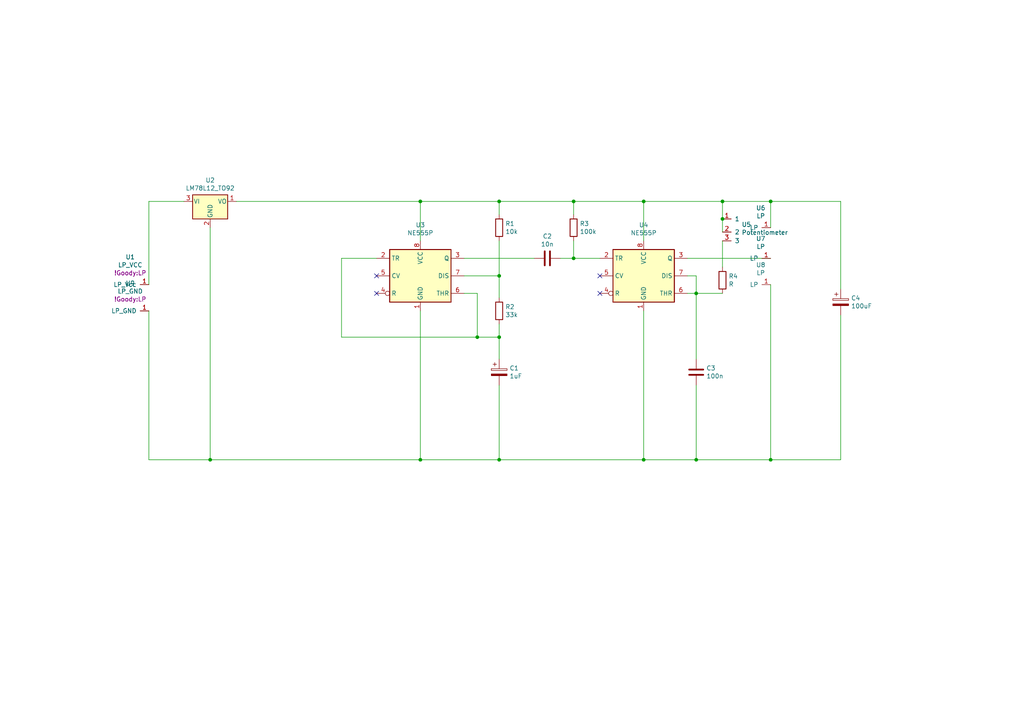
<source format=kicad_sch>
(kicad_sch (version 20230121) (generator eeschema)
  (paper "A4")
  (title_block (title "Servotester") (date "KHF 10.2023") (rev "V2.0") (company "Oberlab"))
  (lib_symbols
    (symbol "!Goody:C100n" (pin_numbers hide) (pin_names (offset 0.254))
      (property "Reference" "C" (at 0.635 2.54 0))
      (property "Value" "C100n" (at 0.635 -2.54 0))
      (symbol "C100n_0_1"
        (polyline (pts (xy -2.032 -0.762) (xy 2.032 -0.762)) (stroke (width 0.508)))
        (polyline (pts (xy -2.032 0.762) (xy 2.032 0.762)) (stroke (width 0.508)))
      )
      (symbol "C100n_1_1"
        (pin passive line (at 0 3.81 270) (length 2.794) (name "~") (number "1"))
        (pin passive line (at 0 -3.81 90) (length 2.794) (name "~") (number "2"))
      )
    )
    (symbol "!Goody:C10n" (pin_numbers hide) (pin_names (offset 0.254))
      (property "Reference" "C" (at 0.635 2.54 0))
      (property "Value" "C10n" (at 0.635 -2.54 0))
      (symbol "C10n_0_1"
        (polyline (pts (xy -2.032 -0.762) (xy 2.032 -0.762)) (stroke (width 0.508)))
        (polyline (pts (xy -2.032 0.762) (xy 2.032 0.762)) (stroke (width 0.508)))
      )
      (symbol "C10n_1_1"
        (pin passive line (at 0 3.81 270) (length 2.794) (name "~") (number "1"))
        (pin passive line (at 0 -3.81 90) (length 2.794) (name "~") (number "2"))
      )
    )
    (symbol "!Goody:ELKO" (pin_numbers hide) (pin_names (offset 0.254))
      (property "Reference" "C" (at 0.635 2.54 0))
      (property "Value" "ELKO" (at 0.635 -2.54 0))
      (symbol "ELKO_0_1"
        (rectangle (start -2.286 0.508) (end 2.286 1.016))
        (polyline (pts (xy -1.778 2.286) (xy -0.762 2.286)))
        (polyline (pts (xy -1.27 2.794) (xy -1.27 1.778)))
        (rectangle (start 2.286 -0.508) (end -2.286 -1.016) (fill (type outline)))
      )
      (symbol "ELKO_1_1"
        (pin passive line (at 0 3.81 270) (length 2.794) (name "~") (number "1"))
        (pin passive line (at 0 -3.81 90) (length 2.794) (name "~") (number "2"))
      )
    )
    (symbol "!Goody:LP" (pin_names (offset 1.016))
      (property "Reference" "U" (at -6.35 8.89 0))
      (property "Value" "LP" (at -3.81 8.89 0))
      (symbol "LP_1_1"
        (pin passive line (at 0 0 270) (length 2.54) (name "LP") (number "1"))
      )
    )
    (symbol "!Goody:LP_GND" (pin_names (offset 1.016))
      (property "Reference" "U" (at -6.35 1.27 0))
      (property "Value" "LP_GND" (at -3.81 1.27 0))
      (property "Footprint" "KHF_LIB:LP" (at -3.81 1.27 0))
      (symbol "LP_GND_1_1"
        (pin passive line (at -1.27 0 270) (length 2.54) (name "LP_GND") (number "1"))
      )
    )
    (symbol "!Goody:LP_VCC" (pin_names (offset 1.016))
      (property "Reference" "U" (at -6.35 1.27 0))
      (property "Value" "LP_VCC" (at -3.81 1.27 0))
      (property "Footprint" "KHF_LIB:LP" (at -3.81 1.27 0))
      (symbol "LP_VCC_1_1"
        (pin passive line (at -1.27 0 270) (length 2.54) (name "LP_Vcc") (number "1"))
      )
    )
    (symbol "!Goody:Potentiometer" (pin_names (offset 1.016))
      (property "Reference" "U" (at 0 0 0))
      (property "Value" "Potentiometer" (at 0 0 0))
      (symbol "Potentiometer_1_1"
        (pin passive line (at 3.81 1.27 0) (length 2.54) (name "1") (number "1"))
        (pin passive line (at 3.81 -2.54 0) (length 2.54) (name "2") (number "2"))
        (pin passive line (at 3.81 -5.08 0) (length 2.54) (name "3") (number "3"))
      )
    )
    (symbol "!Goody:R" (pin_numbers hide) (pin_names (offset 0))
      (property "Reference" "R" (at 2.032 0 90))
      (property "Value" "R" (at 0 0 90))
      (symbol "R_0_1"
        (rectangle (start -1.016 -2.54) (end 1.016 2.54) (stroke (width 0.254)))
      )
      (symbol "R_1_1"
        (pin passive line (at 0 3.81 270) (length 1.27) (name "~") (number "1"))
        (pin passive line (at 0 -3.81 90) (length 1.27) (name "~") (number "2"))
      )
    )
    (symbol "Regulator_Linear:LM78L12_TO92" (pin_names (offset 0.254))
      (property "Reference" "U" (at -3.81 3.175 0))
      (property "Value" "LM78L12_TO92" (at 0 3.175 0))
      (symbol "LM78L12_TO92_0_1"
        (rectangle (start -5.08 -5.08) (end 5.08 1.905) (stroke (width 0.254)) (fill (type background)))
      )
      (symbol "LM78L12_TO92_1_1"
        (pin power_out line (at 7.62 0 180) (length 2.54) (name "VO") (number "1"))
        (pin power_in line (at 0 -7.62 90) (length 2.54) (name "GND") (number "2"))
        (pin power_in line (at -7.62 0 0) (length 2.54) (name "VI") (number "3"))
      )
    )
    (symbol "Timer:NE555P"
      (property "Reference" "U" (at -10.16 8.89 0))
      (property "Value" "NE555P" (at 2.54 8.89 0))
      (symbol "NE555P_0_0"
        (pin power_in line (at 0 -10.16 90) (length 2.54) (name "GND") (number "1"))
        (pin power_in line (at 0 10.16 270) (length 2.54) (name "VCC") (number "8"))
      )
      (symbol "NE555P_0_1"
        (rectangle (start -8.89 -7.62) (end 8.89 7.62) (stroke (width 0.254)) (fill (type background)))
        (rectangle (start -8.89 -7.62) (end 8.89 7.62) (stroke (width 0.254)) (fill (type background)))
      )
      (symbol "NE555P_1_1"
        (pin input line (at -12.7 5.08 0) (length 3.81) (name "TR") (number "2"))
        (pin output line (at 12.7 5.08 180) (length 3.81) (name "Q") (number "3"))
        (pin input inverted (at -12.7 -5.08 0) (length 3.81) (name "R") (number "4"))
        (pin input line (at -12.7 0 0) (length 3.81) (name "CV") (number "5"))
        (pin input line (at 12.7 -5.08 180) (length 3.81) (name "THR") (number "6"))
        (pin input line (at 12.7 0 180) (length 3.81) (name "DIS") (number "7"))
      )
    )
  )
  (junction (at 144.78 97.79))
  (junction (at 60.96 133.35))
  (junction (at 121.92 133.35))
  (junction (at 186.69 58.42))
  (junction (at 144.78 133.35))
  (junction (at 201.93 133.35))
  (junction (at 144.78 80.01))
  (junction (at 223.52 133.35))
  (junction (at 223.52 58.42))
  (junction (at 201.93 85.09))
  (junction (at 209.55 58.42))
  (junction (at 121.92 58.42))
  (junction (at 186.69 133.35))
  (junction (at 166.37 58.42))
  (junction (at 138.43 97.79))
  (junction (at 209.55 63.5))
  (junction (at 144.78 58.42))
  (junction (at 166.37 74.93))
  (no_connect (at 173.99 80.01))
  (no_connect (at 173.99 85.09))
  (no_connect (at 109.22 80.01))
  (no_connect (at 109.22 85.09))
  (wire (pts (xy 144.78 58.42) (xy 166.37 58.42)))
  (wire (pts (xy 199.39 74.93) (xy 223.52 74.93)))
  (wire (pts (xy 43.18 58.42) (xy 53.34 58.42)))
  (wire (pts (xy 223.52 58.42) (xy 209.55 58.42)))
  (wire (pts (xy 243.84 133.35) (xy 223.52 133.35)))
  (wire (pts (xy 201.93 80.01) (xy 201.93 85.09)))
  (wire (pts (xy 243.84 58.42) (xy 223.52 58.42)))
  (wire (pts (xy 99.06 97.79) (xy 138.43 97.79)))
  (wire (pts (xy 134.62 80.01) (xy 144.78 80.01)))
  (wire (pts (xy 201.93 133.35) (xy 186.69 133.35)))
  (wire (pts (xy 186.69 133.35) (xy 144.78 133.35)))
  (wire (pts (xy 201.93 85.09) (xy 199.39 85.09)))
  (wire (pts (xy 99.06 74.93) (xy 99.06 97.79)))
  (wire (pts (xy 60.96 133.35) (xy 43.18 133.35)))
  (wire (pts (xy 223.52 133.35) (xy 201.93 133.35)))
  (wire (pts (xy 209.55 67.31) (xy 209.55 63.5)))
  (wire (pts (xy 144.78 97.79) (xy 144.78 104.14)))
  (wire (pts (xy 243.84 91.44) (xy 243.84 133.35)))
  (wire (pts (xy 43.18 133.35) (xy 43.18 90.17)))
  (wire (pts (xy 166.37 69.85) (xy 166.37 74.93)))
  (wire (pts (xy 223.52 66.04) (xy 223.52 58.42)))
  (wire (pts (xy 223.52 82.55) (xy 223.52 133.35)))
  (wire (pts (xy 209.55 77.47) (xy 209.55 69.85)))
  (wire (pts (xy 166.37 74.93) (xy 173.99 74.93)))
  (wire (pts (xy 43.18 58.42) (xy 43.18 82.55)))
  (wire (pts (xy 134.62 74.93) (xy 154.94 74.93)))
  (wire (pts (xy 60.96 133.35) (xy 121.92 133.35)))
  (wire (pts (xy 144.78 133.35) (xy 121.92 133.35)))
  (wire (pts (xy 68.58 58.42) (xy 121.92 58.42)))
  (wire (pts (xy 121.92 90.17) (xy 121.92 133.35)))
  (wire (pts (xy 121.92 58.42) (xy 144.78 58.42)))
  (wire (pts (xy 201.93 111.76) (xy 201.93 133.35)))
  (wire (pts (xy 109.22 74.93) (xy 99.06 74.93)))
  (wire (pts (xy 121.92 69.85) (xy 121.92 58.42)))
  (wire (pts (xy 144.78 62.23) (xy 144.78 58.42)))
  (wire (pts (xy 199.39 80.01) (xy 201.93 80.01)))
  (wire (pts (xy 209.55 63.5) (xy 209.55 58.42)))
  (wire (pts (xy 144.78 111.76) (xy 144.78 133.35)))
  (wire (pts (xy 201.93 85.09) (xy 209.55 85.09)))
  (wire (pts (xy 186.69 90.17) (xy 186.69 133.35)))
  (wire (pts (xy 144.78 93.98) (xy 144.78 97.79)))
  (wire (pts (xy 144.78 80.01) (xy 144.78 86.36)))
  (wire (pts (xy 138.43 85.09) (xy 138.43 97.79)))
  (wire (pts (xy 201.93 85.09) (xy 201.93 104.14)))
  (wire (pts (xy 138.43 97.79) (xy 144.78 97.79)))
  (wire (pts (xy 186.69 58.42) (xy 186.69 69.85)))
  (wire (pts (xy 162.56 74.93) (xy 166.37 74.93)))
  (wire (pts (xy 243.84 83.82) (xy 243.84 58.42)))
  (wire (pts (xy 60.96 66.04) (xy 60.96 133.35)))
  (wire (pts (xy 209.55 58.42) (xy 186.69 58.42)))
  (wire (pts (xy 166.37 62.23) (xy 166.37 58.42)))
  (wire (pts (xy 166.37 58.42) (xy 186.69 58.42)))
  (wire (pts (xy 134.62 85.09) (xy 138.43 85.09)))
  (wire (pts (xy 144.78 80.01) (xy 144.78 69.85)))
  (symbol (lib_id "Timer:NE555P") (at 121.92 80.01 0) (unit 1)
    (property "Reference" "U3" (at 121.92 65.2526 0))
    (property "Value" "NE555P" (at 121.92 67.564 0))
    (property "Footprint" "Package_DIP:DIP-8_W7.62mm" (effects hide))
    (property "Datasheet" "http://www.ti.com/lit/ds/symlink/ne555.pdf" (effects hide))
  )
  (symbol (lib_id "Timer:NE555P") (at 186.69 80.01 0) (unit 1)
    (property "Reference" "U4" (at 186.69 65.2526 0))
    (property "Value" "NE555P" (at 186.69 67.564 0))
    (property "Footprint" "Package_DIP:DIP-8_W7.62mm" (effects hide))
    (property "Datasheet" "http://www.ti.com/lit/ds/symlink/ne555.pdf" (effects hide))
  )
  (symbol (lib_id "Regulator_Linear:LM78L12_TO92") (at 60.96 58.42 0) (unit 1)
    (property "Reference" "U2" (at 60.96 52.2732 0))
    (property "Value" "LM78L12_TO92" (at 60.96 54.5846 0))
    (property "Footprint" "Package_TO_SOT_THT:TO-220-3_Horizontal_TabDown" (effects hide))
    (property "Datasheet" "https://www.onsemi.com/pub/Collateral/MC78L06A-D.pdf" (effects hide))
  )
  (symbol (lib_id "!Goody:ELKO") (at 144.78 107.95 0) (unit 1)
    (property "Reference" "C1" (at 147.7772 106.7816 0) (effects (justify left)))
    (property "Value" "1uF" (at 147.7772 109.093 0) (effects (justify left)))
    (property "Footprint" "Capacitor_THT:CP_Radial_D5.0mm_P2.50mm" (effects hide))
  )
  (symbol (lib_id "!Goody:R") (at 144.78 66.04 0) (unit 1)
    (property "Reference" "R1" (at 146.558 64.8716 0) (effects (justify left)))
    (property "Value" "10k" (at 146.558 67.183 0) (effects (justify left)))
    (property "Footprint" "Resistor_THT:R_Axial_DIN0207_L6.3mm_D2.5mm_P7.62mm_Horizontal" (effects hide))
  )
  (symbol (lib_id "!Goody:R") (at 144.78 90.17 0) (unit 1)
    (property "Reference" "R2" (at 146.558 89.0016 0) (effects (justify left)))
    (property "Value" "33k" (at 146.558 91.313 0) (effects (justify left)))
    (property "Footprint" "Resistor_THT:R_Axial_DIN0207_L6.3mm_D2.5mm_P7.62mm_Horizontal" (effects hide))
  )
  (symbol (lib_id "!Goody:C10n") (at 158.75 74.93 270) (unit 1)
    (property "Reference" "C2" (at 158.75 68.5292 90))
    (property "Value" "10n" (at 158.75 70.8406 90))
    (property "Footprint" "Capacitor_THT:C_Disc_D4.3mm_W1.9mm_P5.00mm" (effects hide))
  )
  (symbol (lib_id "!Goody:R") (at 166.37 66.04 0) (unit 1)
    (property "Reference" "R3" (at 168.148 64.8716 0) (effects (justify left)))
    (property "Value" "100k" (at 168.148 67.183 0) (effects (justify left)))
    (property "Footprint" "Resistor_THT:R_Axial_DIN0207_L6.3mm_D2.5mm_P7.62mm_Horizontal" (effects hide))
  )
  (symbol (lib_id "!Goody:LP") (at 223.52 74.93 270) (unit 1)
    (property "Reference" "U7" (at 220.6498 69.215 90))
    (property "Value" "LP" (at 220.6498 71.5264 90))
    (property "Footprint" "!Goody:LP" (effects hide))
  )
  (symbol (lib_id "!Goody:LP") (at 223.52 66.04 270) (unit 1)
    (property "Reference" "U6" (at 220.6498 60.325 90))
    (property "Value" "LP" (at 220.6498 62.6364 90))
    (property "Footprint" "!Goody:LP" (effects hide))
  )
  (symbol (lib_id "!Goody:LP") (at 223.52 82.55 270) (unit 1)
    (property "Reference" "U8" (at 220.6498 76.835 90))
    (property "Value" "LP" (at 220.6498 79.1464 90))
    (property "Footprint" "!Goody:LP" (effects hide))
  )
  (symbol (lib_id "!Goody:C100n") (at 201.93 107.95 0) (unit 1)
    (property "Reference" "C3" (at 204.851 106.7816 0) (effects (justify left)))
    (property "Value" "100n" (at 204.851 109.093 0) (effects (justify left)))
    (property "Footprint" "Capacitor_THT:C_Disc_D4.7mm_W2.5mm_P5.00mm" (effects hide))
  )
  (symbol (lib_id "!Goody:Potentiometer") (at 205.74 64.77 0) (unit 1)
    (property "Reference" "U5" (at 215.1126 65.1256 0) (effects (justify left)))
    (property "Value" "Potentiometer" (at 215.1126 67.437 0) (effects (justify left)))
    (property "Footprint" "Potentiometer_THT:Potentiometer_Omeg_PC16BU_Horizontal" (effects hide))
  )
  (symbol (lib_id "!Goody:R") (at 209.55 81.28 0) (unit 1)
    (property "Reference" "R4" (at 211.328 80.1116 0) (effects (justify left)))
    (property "Value" "R" (at 211.328 82.423 0) (effects (justify left)))
    (property "Footprint" "Resistor_THT:R_Axial_DIN0207_L6.3mm_D2.5mm_P7.62mm_Horizontal" (effects hide))
  )
  (symbol (lib_id "!Goody:ELKO") (at 243.84 87.63 0) (unit 1)
    (property "Reference" "C4" (at 246.8372 86.4616 0) (effects (justify left)))
    (property "Value" "100uF" (at 246.8372 88.773 0) (effects (justify left)))
    (property "Footprint" "Capacitor_THT:CP_Radial_D6.3mm_P2.50mm" (effects hide))
  )
  (symbol (lib_id "!Goody:LP_GND") (at 43.18 91.44 270) (unit 1)
    (property "Reference" "U9" (at 37.7698 82.169 90))
    (property "Value" "LP_GND" (at 37.7698 84.4804 90))
    (property "Footprint" "!Goody:LP" (at 37.7698 86.7918 90))
  )
  (symbol (lib_id "!Goody:LP_VCC") (at 43.18 83.82 270) (unit 1)
    (property "Reference" "U1" (at 37.7698 74.549 90))
    (property "Value" "LP_VCC" (at 37.7698 76.8604 90))
    (property "Footprint" "!Goody:LP" (at 37.7698 79.1718 90))
  )
)
</source>
